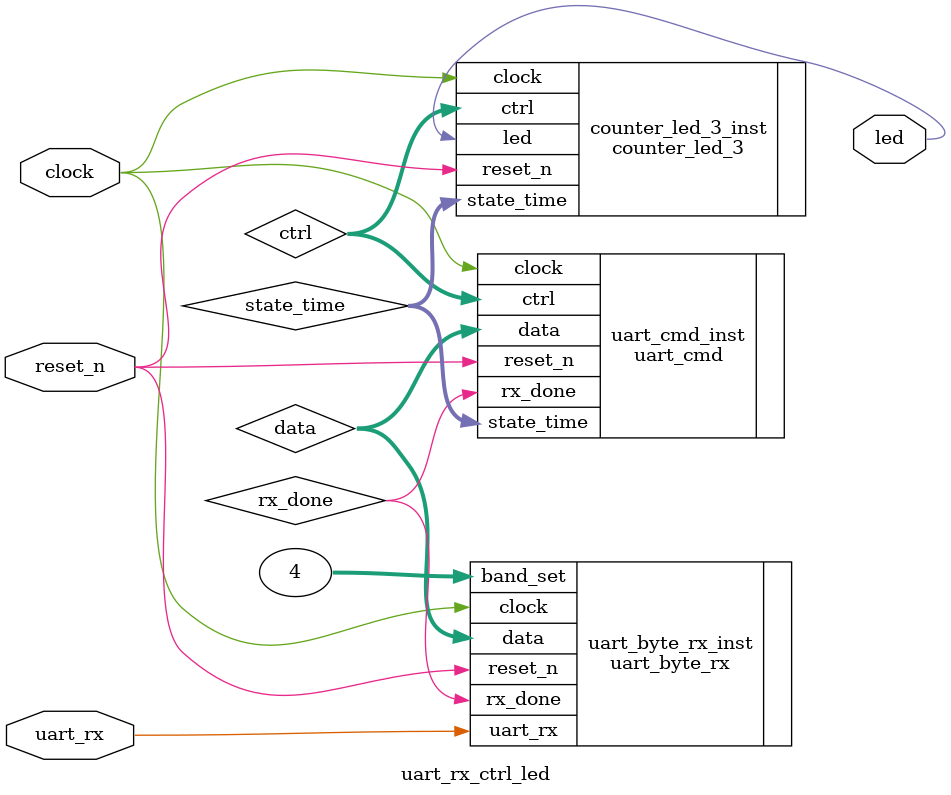
<source format=v>
/*          使用串口来控制LED工作状态
    使用串口发送指定到fpga开发板，来控制led灯的工作状态 让led灯按照指定的亮灭模式亮灭，
    亮灭模式未知，由用户随机指定。8个变化状态为一个循环，每个变化状态的时间值可以根据不同的应用场景选择。
    如何使用串口接收8个byte的数据？

    引入uart_byte_rx  counter_led_3
    前者将串口接收的数据送到counter_led_3的ctrl和TIME 共5个byte
    自己制定协议 0x55 0xa5 TIME[7:0] TIME[15:8] TIME[23:16] TIME[31:24] ctrl[7:0] 0xf0
*/

module uart_rx_ctrl_led (
    input  clock,
    input  reset_n,
    input  uart_rx, 
    output led
);
    // 模块之间的连线不用纠结输出输出用什么，连线都用wire
    wire rx_done;
    wire [7:0] data;
    wire [7:0] ctrl;
    wire [31:0] state_time;

    // reg width name number/depth
    wire [7:0] memory[7:0];  // 定义栈接收数据与协议进行比对
    wire flag;  // 用于标记是否接收到了协议

    // 接收串口信号，传送给uart_cmd模块
    uart_byte_rx uart_byte_rx_inst(
        .clock(clock),
        .reset_n(reset_n),
        .band_set(4),
        .uart_rx(uart_rx),
        .data(data),  // 以下是输出
        .rx_done(rx_done)
    );

    // 将接收的信号送给led模块的ctrl和state_time
    uart_cmd uart_cmd_inst (
        .clock     (clock),
        .reset_n   (reset_n),
        .data      (data),
        .rx_done   (rx_done),
        .ctrl      (ctrl),
        .state_time(state_time)
    );

    // 根据输入控制信号点灯
    counter_led_3 counter_led_3_inst (
        .clock     (clock),
        .reset_n   (reset_n),
        .ctrl      (ctrl),
        .state_time(state_time),
        .led       (led)
    );


endmodule

</source>
